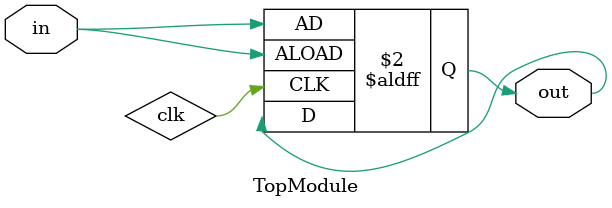
<source format=sv>

module TopModule (
  input in,
  output out
);
always @(posedge clk or posedge in) begin
  if (in)
    out <= in;
end

// If you want to make the assignment combinatorial (zero delay), uncomment the following line:
// assign out = in;

endmodule

</source>
